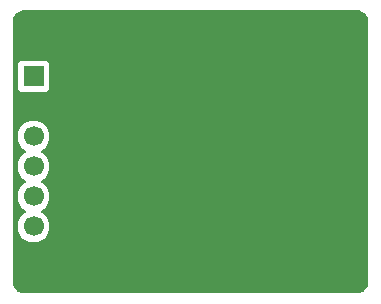
<source format=gbr>
%TF.GenerationSoftware,KiCad,Pcbnew,9.0.6*%
%TF.CreationDate,2026-01-27T06:15:12-03:00*%
%TF.ProjectId,dual IMU_moduleV2,6475616c-2049-44d5-955f-6d6f64756c65,rev?*%
%TF.SameCoordinates,Original*%
%TF.FileFunction,Copper,L2,Bot*%
%TF.FilePolarity,Positive*%
%FSLAX46Y46*%
G04 Gerber Fmt 4.6, Leading zero omitted, Abs format (unit mm)*
G04 Created by KiCad (PCBNEW 9.0.6) date 2026-01-27 06:15:12*
%MOMM*%
%LPD*%
G01*
G04 APERTURE LIST*
%TA.AperFunction,ComponentPad*%
%ADD10R,1.700000X1.700000*%
%TD*%
%TA.AperFunction,ComponentPad*%
%ADD11C,1.700000*%
%TD*%
%TA.AperFunction,ViaPad*%
%ADD12C,0.600000*%
%TD*%
G04 APERTURE END LIST*
D10*
%TO.P,J2,1,Pin_1*%
%TO.N,+3.3V*%
X127790000Y-75200000D03*
D11*
%TO.P,J2,2,Pin_2*%
%TO.N,GND*%
X127790000Y-77740000D03*
%TO.P,J2,3,Pin_3*%
%TO.N,SDA_IMU1*%
X127790000Y-80280000D03*
%TO.P,J2,4,Pin_4*%
%TO.N,SCL_IMU1*%
X127790000Y-82820000D03*
%TO.P,J2,5,Pin_5*%
%TO.N,SCL_IMU2*%
X127790000Y-85360000D03*
%TO.P,J2,6,Pin_6*%
%TO.N,SDA_IMU2*%
X127790000Y-87900000D03*
%TD*%
D12*
%TO.N,GND*%
X143340000Y-81660000D03*
X146020000Y-84000000D03*
X133100000Y-79200000D03*
X145230000Y-78340000D03*
X151460000Y-84390000D03*
X139130000Y-80520000D03*
X139240000Y-77030000D03*
X152800000Y-78680000D03*
X133510000Y-77010000D03*
X146610000Y-70550000D03*
%TD*%
%TA.AperFunction,Conductor*%
%TO.N,GND*%
G36*
X155155394Y-69590972D02*
G01*
X155162947Y-69591632D01*
X155301564Y-69603760D01*
X155314907Y-69605665D01*
X155344247Y-69611501D01*
X155352109Y-69613334D01*
X155476922Y-69646777D01*
X155492275Y-69651989D01*
X155509224Y-69659009D01*
X155514134Y-69661169D01*
X155639918Y-69719823D01*
X155658633Y-69730629D01*
X155783582Y-69818119D01*
X155800140Y-69832013D01*
X155907986Y-69939859D01*
X155921880Y-69956417D01*
X156009370Y-70081366D01*
X156020177Y-70100084D01*
X156078809Y-70225819D01*
X156080990Y-70230775D01*
X156088009Y-70247722D01*
X156093221Y-70263077D01*
X156126657Y-70387862D01*
X156128499Y-70395764D01*
X156134330Y-70425077D01*
X156136241Y-70438461D01*
X156144048Y-70527692D01*
X156144520Y-70538449D01*
X156149500Y-82531366D01*
X156149500Y-92544586D01*
X156149028Y-92555394D01*
X156136241Y-92701542D01*
X156134330Y-92714927D01*
X156128501Y-92744229D01*
X156126659Y-92752129D01*
X156093222Y-92876918D01*
X156088009Y-92892275D01*
X156080989Y-92909224D01*
X156078809Y-92914179D01*
X156020177Y-93039915D01*
X156009370Y-93058633D01*
X155921880Y-93183582D01*
X155907986Y-93200140D01*
X155800140Y-93307986D01*
X155783582Y-93321880D01*
X155658633Y-93409370D01*
X155639915Y-93420177D01*
X155514179Y-93478809D01*
X155509224Y-93480989D01*
X155492275Y-93488009D01*
X155476918Y-93493222D01*
X155352129Y-93526659D01*
X155344229Y-93528501D01*
X155314927Y-93534330D01*
X155301542Y-93536241D01*
X155155395Y-93549028D01*
X155144587Y-93549500D01*
X127025413Y-93549500D01*
X127014605Y-93549028D01*
X126868456Y-93536241D01*
X126855071Y-93534330D01*
X126825769Y-93528501D01*
X126817869Y-93526659D01*
X126693080Y-93493222D01*
X126677723Y-93488009D01*
X126660774Y-93480989D01*
X126655819Y-93478809D01*
X126530084Y-93420177D01*
X126511366Y-93409370D01*
X126386417Y-93321880D01*
X126369859Y-93307986D01*
X126262013Y-93200140D01*
X126248119Y-93183582D01*
X126160629Y-93058633D01*
X126149822Y-93039916D01*
X126119292Y-92974445D01*
X126091169Y-92914134D01*
X126089009Y-92909224D01*
X126081989Y-92892275D01*
X126076776Y-92876918D01*
X126058829Y-92809938D01*
X126043334Y-92752109D01*
X126041501Y-92744246D01*
X126035665Y-92714908D01*
X126033760Y-92701564D01*
X126029016Y-92647340D01*
X126028545Y-92636664D01*
X126020500Y-82944124D01*
X126020500Y-80173713D01*
X126439500Y-80173713D01*
X126439500Y-80386286D01*
X126472753Y-80596239D01*
X126538444Y-80798414D01*
X126634951Y-80987820D01*
X126759890Y-81159786D01*
X126910213Y-81310109D01*
X127082182Y-81435050D01*
X127090946Y-81439516D01*
X127141742Y-81487491D01*
X127158536Y-81555312D01*
X127135998Y-81621447D01*
X127090946Y-81660484D01*
X127082182Y-81664949D01*
X126910213Y-81789890D01*
X126759890Y-81940213D01*
X126634951Y-82112179D01*
X126538444Y-82301585D01*
X126472753Y-82503760D01*
X126439500Y-82713713D01*
X126439500Y-82926286D01*
X126472753Y-83136239D01*
X126538444Y-83338414D01*
X126634951Y-83527820D01*
X126759890Y-83699786D01*
X126910213Y-83850109D01*
X127082182Y-83975050D01*
X127090946Y-83979516D01*
X127141742Y-84027491D01*
X127158536Y-84095312D01*
X127135998Y-84161447D01*
X127090946Y-84200484D01*
X127082182Y-84204949D01*
X126910213Y-84329890D01*
X126759890Y-84480213D01*
X126634951Y-84652179D01*
X126538444Y-84841585D01*
X126472753Y-85043760D01*
X126439500Y-85253713D01*
X126439500Y-85466286D01*
X126472753Y-85676239D01*
X126538444Y-85878414D01*
X126634951Y-86067820D01*
X126759890Y-86239786D01*
X126910213Y-86390109D01*
X127082182Y-86515050D01*
X127090946Y-86519516D01*
X127141742Y-86567491D01*
X127158536Y-86635312D01*
X127135998Y-86701447D01*
X127090946Y-86740484D01*
X127082182Y-86744949D01*
X126910213Y-86869890D01*
X126759890Y-87020213D01*
X126634951Y-87192179D01*
X126538444Y-87381585D01*
X126472753Y-87583760D01*
X126439500Y-87793713D01*
X126439500Y-88006286D01*
X126472753Y-88216239D01*
X126538444Y-88418414D01*
X126634951Y-88607820D01*
X126759890Y-88779786D01*
X126910213Y-88930109D01*
X127082179Y-89055048D01*
X127082181Y-89055049D01*
X127082184Y-89055051D01*
X127271588Y-89151557D01*
X127473757Y-89217246D01*
X127683713Y-89250500D01*
X127683714Y-89250500D01*
X127896286Y-89250500D01*
X127896287Y-89250500D01*
X128106243Y-89217246D01*
X128308412Y-89151557D01*
X128497816Y-89055051D01*
X128519789Y-89039086D01*
X128669786Y-88930109D01*
X128669788Y-88930106D01*
X128669792Y-88930104D01*
X128820104Y-88779792D01*
X128820106Y-88779788D01*
X128820109Y-88779786D01*
X128945048Y-88607820D01*
X128945047Y-88607820D01*
X128945051Y-88607816D01*
X129041557Y-88418412D01*
X129107246Y-88216243D01*
X129140500Y-88006287D01*
X129140500Y-87793713D01*
X129107246Y-87583757D01*
X129041557Y-87381588D01*
X128945051Y-87192184D01*
X128945049Y-87192181D01*
X128945048Y-87192179D01*
X128820109Y-87020213D01*
X128669786Y-86869890D01*
X128497820Y-86744951D01*
X128497115Y-86744591D01*
X128489054Y-86740485D01*
X128438259Y-86692512D01*
X128421463Y-86624692D01*
X128443999Y-86558556D01*
X128489054Y-86519515D01*
X128497816Y-86515051D01*
X128519789Y-86499086D01*
X128669786Y-86390109D01*
X128669788Y-86390106D01*
X128669792Y-86390104D01*
X128820104Y-86239792D01*
X128820106Y-86239788D01*
X128820109Y-86239786D01*
X128945048Y-86067820D01*
X128945047Y-86067820D01*
X128945051Y-86067816D01*
X129041557Y-85878412D01*
X129107246Y-85676243D01*
X129140500Y-85466287D01*
X129140500Y-85253713D01*
X129107246Y-85043757D01*
X129041557Y-84841588D01*
X128945051Y-84652184D01*
X128945049Y-84652181D01*
X128945048Y-84652179D01*
X128820109Y-84480213D01*
X128669786Y-84329890D01*
X128497820Y-84204951D01*
X128497115Y-84204591D01*
X128489054Y-84200485D01*
X128438259Y-84152512D01*
X128421463Y-84084692D01*
X128443999Y-84018556D01*
X128489054Y-83979515D01*
X128497816Y-83975051D01*
X128519789Y-83959086D01*
X128669786Y-83850109D01*
X128669788Y-83850106D01*
X128669792Y-83850104D01*
X128820104Y-83699792D01*
X128820106Y-83699788D01*
X128820109Y-83699786D01*
X128945048Y-83527820D01*
X128945047Y-83527820D01*
X128945051Y-83527816D01*
X129041557Y-83338412D01*
X129107246Y-83136243D01*
X129140500Y-82926287D01*
X129140500Y-82713713D01*
X129107246Y-82503757D01*
X129041557Y-82301588D01*
X128945051Y-82112184D01*
X128945049Y-82112181D01*
X128945048Y-82112179D01*
X128820109Y-81940213D01*
X128669786Y-81789890D01*
X128497820Y-81664951D01*
X128497115Y-81664591D01*
X128489054Y-81660485D01*
X128438259Y-81612512D01*
X128421463Y-81544692D01*
X128443999Y-81478556D01*
X128489054Y-81439515D01*
X128497816Y-81435051D01*
X128519789Y-81419086D01*
X128669786Y-81310109D01*
X128669788Y-81310106D01*
X128669792Y-81310104D01*
X128820104Y-81159792D01*
X128820106Y-81159788D01*
X128820109Y-81159786D01*
X128945048Y-80987820D01*
X128945047Y-80987820D01*
X128945051Y-80987816D01*
X129041557Y-80798412D01*
X129107246Y-80596243D01*
X129140500Y-80386287D01*
X129140500Y-80173713D01*
X129107246Y-79963757D01*
X129041557Y-79761588D01*
X128945051Y-79572184D01*
X128945049Y-79572181D01*
X128945048Y-79572179D01*
X128820109Y-79400213D01*
X128669786Y-79249890D01*
X128497820Y-79124951D01*
X128308414Y-79028444D01*
X128308413Y-79028443D01*
X128308412Y-79028443D01*
X128106243Y-78962754D01*
X128106241Y-78962753D01*
X128106240Y-78962753D01*
X127944957Y-78937208D01*
X127896287Y-78929500D01*
X127683713Y-78929500D01*
X127635042Y-78937208D01*
X127473760Y-78962753D01*
X127271585Y-79028444D01*
X127082179Y-79124951D01*
X126910213Y-79249890D01*
X126759890Y-79400213D01*
X126634951Y-79572179D01*
X126538444Y-79761585D01*
X126472753Y-79963760D01*
X126439500Y-80173713D01*
X126020500Y-80173713D01*
X126020500Y-74302135D01*
X126439500Y-74302135D01*
X126439500Y-76097870D01*
X126439501Y-76097876D01*
X126445908Y-76157483D01*
X126496202Y-76292328D01*
X126496206Y-76292335D01*
X126582452Y-76407544D01*
X126582455Y-76407547D01*
X126697664Y-76493793D01*
X126697671Y-76493797D01*
X126832517Y-76544091D01*
X126832516Y-76544091D01*
X126839444Y-76544835D01*
X126892127Y-76550500D01*
X128687872Y-76550499D01*
X128747483Y-76544091D01*
X128882331Y-76493796D01*
X128997546Y-76407546D01*
X129083796Y-76292331D01*
X129134091Y-76157483D01*
X129140500Y-76097873D01*
X129140499Y-74302128D01*
X129134091Y-74242517D01*
X129083796Y-74107669D01*
X129083795Y-74107668D01*
X129083793Y-74107664D01*
X128997547Y-73992455D01*
X128997544Y-73992452D01*
X128882335Y-73906206D01*
X128882328Y-73906202D01*
X128747482Y-73855908D01*
X128747483Y-73855908D01*
X128687883Y-73849501D01*
X128687881Y-73849500D01*
X128687873Y-73849500D01*
X128687864Y-73849500D01*
X126892129Y-73849500D01*
X126892123Y-73849501D01*
X126832516Y-73855908D01*
X126697671Y-73906202D01*
X126697664Y-73906206D01*
X126582455Y-73992452D01*
X126582452Y-73992455D01*
X126496206Y-74107664D01*
X126496202Y-74107671D01*
X126445908Y-74242517D01*
X126439501Y-74302116D01*
X126439501Y-74302123D01*
X126439500Y-74302135D01*
X126020500Y-74302135D01*
X126020500Y-70595411D01*
X126020972Y-70584605D01*
X126025951Y-70527692D01*
X126033760Y-70438430D01*
X126035664Y-70425097D01*
X126041503Y-70395739D01*
X126043330Y-70387903D01*
X126076779Y-70263068D01*
X126081990Y-70247721D01*
X126089010Y-70230773D01*
X126091161Y-70225881D01*
X126149825Y-70100076D01*
X126160629Y-70081366D01*
X126248119Y-69956417D01*
X126262007Y-69939865D01*
X126369865Y-69832007D01*
X126386417Y-69818119D01*
X126511366Y-69730629D01*
X126530076Y-69719825D01*
X126655881Y-69661161D01*
X126660773Y-69659010D01*
X126660776Y-69659009D01*
X126677721Y-69651990D01*
X126693068Y-69646779D01*
X126817903Y-69613330D01*
X126825739Y-69611503D01*
X126855097Y-69605664D01*
X126868430Y-69603760D01*
X127007871Y-69591561D01*
X127014606Y-69590972D01*
X127025412Y-69590500D01*
X155144588Y-69590500D01*
X155155394Y-69590972D01*
G37*
%TD.AperFunction*%
%TD*%
M02*

</source>
